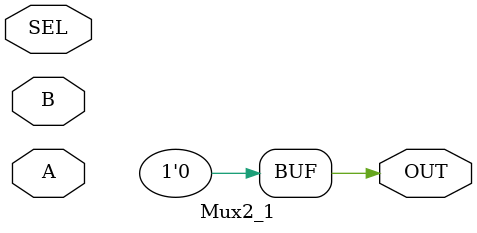
<source format=v>
module Mux2_1(
    input A,
    input B,
    input SEL,
    output OUT
);
   // You may only use structural verilog! (i.e. wires and gates only)
    /********YOUR CODE HERE********/

   /********END CODE********/
   assign OUT = 1'b0; //delete this line once you finish writing your logic
   
endmodule

</source>
